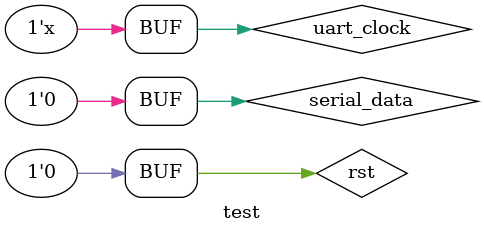
<source format=v>
`timescale 1ns / 1ps

module test;

	// Inputs
	reg uart_clock;
	reg serial_data;
	reg rst;

	// Outputs
	wire [7:0] out;
	wire par;

	// Instantiate the Unit Under Test (UUT)
	receive uut (
		.uart_clock(uart_clock), 
		.serial_data(serial_data), 
		.rst(rst), 
		.out(out), 
		.par(par)
	);

	initial begin
		// Initialize Inputs
		uart_clock = 0;
		serial_data = 0;
		rst = 0;

		// Wait 100 ns for global reset to finish
		#100;
      serial_data = 0; //start
			#20
		serial_data = 1;
			#20
		serial_data = 1; 
			#20
		serial_data = 1; 
			#20
		serial_data = 0; 
			#20
		serial_data = 1; 
			#20
		serial_data = 1; 
			#20
		serial_data = 1; 
			#20
		serial_data = 1; 
			#20
		serial_data = 0; //parity
			#20
		serial_data = 1; //stop
			#20
		serial_data = 0; //start and next num
		// Add stimulus here

	end
      always uart_clock = #5 ~uart_clock;
endmodule


</source>
